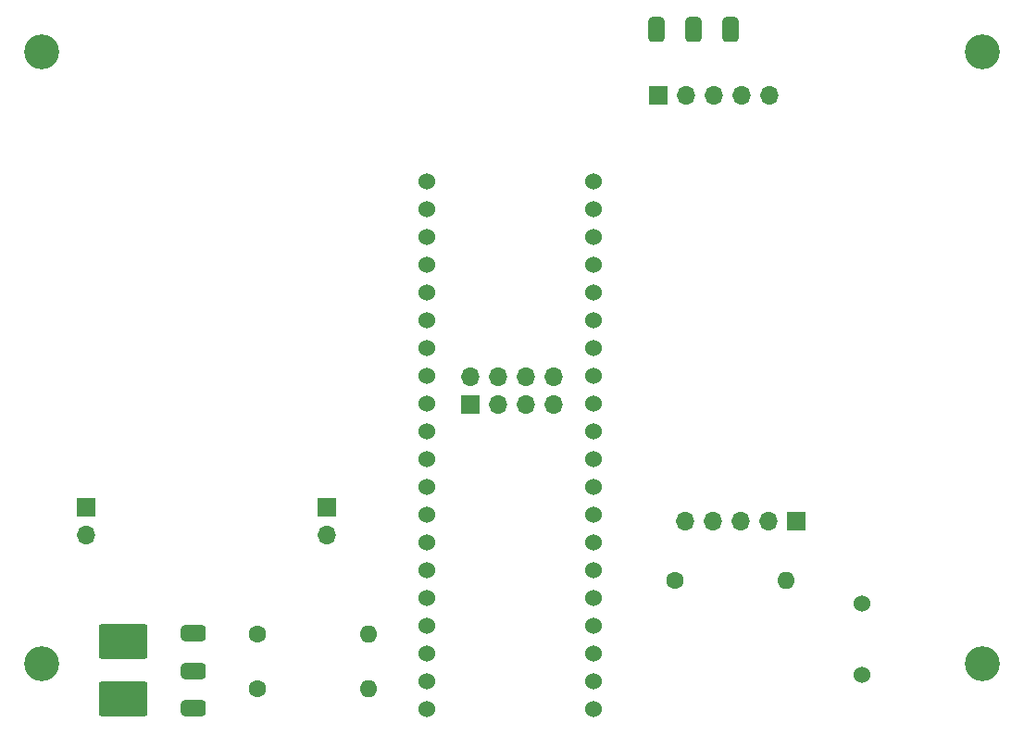
<source format=gbr>
%TF.GenerationSoftware,KiCad,Pcbnew,8.0.2*%
%TF.CreationDate,2024-06-16T11:23:51+08:00*%
%TF.ProjectId,transmitter,7472616e-736d-4697-9474-65722e6b6963,rev?*%
%TF.SameCoordinates,Original*%
%TF.FileFunction,Soldermask,Top*%
%TF.FilePolarity,Negative*%
%FSLAX46Y46*%
G04 Gerber Fmt 4.6, Leading zero omitted, Abs format (unit mm)*
G04 Created by KiCad (PCBNEW 8.0.2) date 2024-06-16 11:23:51*
%MOMM*%
%LPD*%
G01*
G04 APERTURE LIST*
G04 Aperture macros list*
%AMRoundRect*
0 Rectangle with rounded corners*
0 $1 Rounding radius*
0 $2 $3 $4 $5 $6 $7 $8 $9 X,Y pos of 4 corners*
0 Add a 4 corners polygon primitive as box body*
4,1,4,$2,$3,$4,$5,$6,$7,$8,$9,$2,$3,0*
0 Add four circle primitives for the rounded corners*
1,1,$1+$1,$2,$3*
1,1,$1+$1,$4,$5*
1,1,$1+$1,$6,$7*
1,1,$1+$1,$8,$9*
0 Add four rect primitives between the rounded corners*
20,1,$1+$1,$2,$3,$4,$5,0*
20,1,$1+$1,$4,$5,$6,$7,0*
20,1,$1+$1,$6,$7,$8,$9,0*
20,1,$1+$1,$8,$9,$2,$3,0*%
G04 Aperture macros list end*
%ADD10R,1.700000X1.700000*%
%ADD11O,1.700000X1.700000*%
%ADD12C,1.600000*%
%ADD13O,1.600000X1.600000*%
%ADD14C,1.524000*%
%ADD15RoundRect,0.381000X0.381000X-0.762000X0.381000X0.762000X-0.381000X0.762000X-0.381000X-0.762000X0*%
%ADD16RoundRect,0.381000X-0.381000X0.762000X-0.381000X-0.762000X0.381000X-0.762000X0.381000X0.762000X0*%
%ADD17RoundRect,0.381000X0.762000X0.381000X-0.762000X0.381000X-0.762000X-0.381000X0.762000X-0.381000X0*%
%ADD18RoundRect,0.381000X-0.762000X-0.381000X0.762000X-0.381000X0.762000X0.381000X-0.762000X0.381000X0*%
%ADD19C,3.200000*%
%ADD20RoundRect,0.250000X-1.975000X1.350000X-1.975000X-1.350000X1.975000X-1.350000X1.975000X1.350000X0*%
G04 APERTURE END LIST*
D10*
%TO.C,U2*%
X142220000Y-102340000D03*
D11*
X142220000Y-99800000D03*
X144760000Y-102340000D03*
X144760000Y-99800000D03*
X147300000Y-102340000D03*
X147300000Y-99800000D03*
X149840000Y-102340000D03*
X149840000Y-99800000D03*
%TD*%
D10*
%TO.C,U4*%
X172000000Y-113000000D03*
D11*
X169460000Y-113000000D03*
X166920000Y-113000000D03*
X164380000Y-113000000D03*
X161840000Y-113000000D03*
%TD*%
D10*
%TO.C,U3*%
X159380000Y-74000000D03*
D11*
X161920000Y-74000000D03*
X164460000Y-74000000D03*
X167000000Y-74000000D03*
X169540000Y-74000000D03*
%TD*%
D10*
%TO.C,U6*%
X129070000Y-111730000D03*
D11*
X129070000Y-114270000D03*
X107030000Y-114270000D03*
D10*
X107030000Y-111730000D03*
%TD*%
D12*
%TO.C,R3*%
X160920000Y-118400000D03*
D13*
X171080000Y-118400000D03*
%TD*%
D14*
%TO.C,BZ1*%
X178000000Y-120500000D03*
X178000000Y-127000000D03*
%TD*%
D15*
%TO.C,SW2*%
X166000000Y-68000000D03*
D16*
X162600000Y-68000000D03*
D15*
X159200000Y-68000000D03*
%TD*%
D17*
%TO.C,SW1*%
X116900000Y-123250000D03*
D18*
X116900000Y-126650000D03*
D17*
X116900000Y-130050000D03*
%TD*%
D14*
%TO.C,U1*%
X138160000Y-81900000D03*
X153400000Y-125080000D03*
X138160000Y-86980000D03*
X138160000Y-84440000D03*
X153400000Y-130160000D03*
X153400000Y-127620000D03*
X153400000Y-122540000D03*
X153400000Y-92060000D03*
X153400000Y-94600000D03*
X153400000Y-97140000D03*
X153400000Y-99680000D03*
X153400000Y-102220000D03*
X153400000Y-104760000D03*
X153400000Y-107300000D03*
X153400000Y-109840000D03*
X138160000Y-120000000D03*
X138160000Y-117460000D03*
X138160000Y-114920000D03*
X138160000Y-112380000D03*
X138160000Y-109840000D03*
X138160000Y-107300000D03*
X153400000Y-112380000D03*
X153400000Y-114920000D03*
X138160000Y-104760000D03*
X138160000Y-102220000D03*
X138160000Y-99680000D03*
X138160000Y-97140000D03*
X138160000Y-94600000D03*
X138160000Y-92060000D03*
X138160000Y-89520000D03*
X153400000Y-117460000D03*
X153400000Y-120000000D03*
X138160000Y-130160000D03*
X138160000Y-127620000D03*
X138160000Y-125080000D03*
X138160000Y-122540000D03*
X153400000Y-84440000D03*
X153400000Y-86980000D03*
X153400000Y-89520000D03*
X153400000Y-81900000D03*
%TD*%
D19*
%TO.C,H2*%
X189000000Y-70000000D03*
%TD*%
D12*
%TO.C,R1*%
X122720000Y-123300000D03*
D13*
X132880000Y-123300000D03*
%TD*%
D12*
%TO.C,R2*%
X122720000Y-128300000D03*
D13*
X132880000Y-128300000D03*
%TD*%
D19*
%TO.C,H3*%
X103000000Y-126000000D03*
%TD*%
%TO.C,H4*%
X189000000Y-126000000D03*
%TD*%
%TO.C,H1*%
X103000000Y-70000000D03*
%TD*%
D20*
%TO.C,BT1*%
X110400000Y-124000000D03*
X110400000Y-129200000D03*
%TD*%
M02*

</source>
